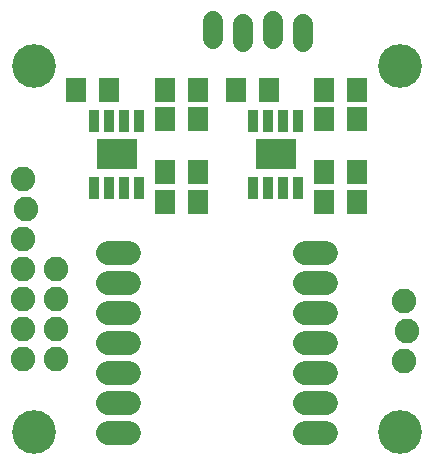
<source format=gbr>
G04 EAGLE Gerber RS-274X export*
G75*
%MOMM*%
%FSLAX34Y34*%
%LPD*%
%INSoldermask Top*%
%IPPOS*%
%AMOC8*
5,1,8,0,0,1.08239X$1,22.5*%
G01*
G04 Define Apertures*
%ADD10C,3.703200*%
%ADD11C,2.032000*%
%ADD12C,2.082800*%
%ADD13R,0.853200X1.953200*%
%ADD14R,3.503200X2.613200*%
%ADD15R,1.803200X2.003200*%
%ADD16C,1.727200*%
D10*
X350000Y40000D03*
X40000Y40000D03*
X40000Y350000D03*
X350000Y350000D03*
D11*
X287583Y38800D02*
X269295Y38800D01*
X269295Y64200D02*
X287583Y64200D01*
X287583Y89600D02*
X269295Y89600D01*
X269295Y115000D02*
X287583Y115000D01*
X287583Y140400D02*
X269295Y140400D01*
X269295Y165800D02*
X287583Y165800D01*
X287583Y191200D02*
X269295Y191200D01*
X120705Y191200D02*
X102417Y191200D01*
X102417Y165800D02*
X120705Y165800D01*
X120705Y140400D02*
X102417Y140400D01*
X102417Y115000D02*
X120705Y115000D01*
X120705Y89600D02*
X102417Y89600D01*
X102417Y64200D02*
X120705Y64200D01*
X120705Y38800D02*
X102417Y38800D01*
D12*
X58970Y101900D03*
X31030Y101900D03*
X58970Y127300D03*
X31030Y127300D03*
X58970Y152700D03*
X31030Y152700D03*
X58970Y178100D03*
X31030Y178100D03*
X30480Y203200D03*
X33020Y228600D03*
X30480Y254000D03*
D13*
X90950Y247000D03*
X103550Y247000D03*
X116250Y247000D03*
X128950Y247000D03*
X90950Y303000D03*
X103650Y303000D03*
X116350Y303000D03*
X129050Y303000D03*
D14*
X110000Y275000D03*
D15*
X104000Y330000D03*
X76000Y330000D03*
X179000Y260000D03*
X151000Y260000D03*
X151000Y235000D03*
X179000Y235000D03*
D16*
X191900Y372380D02*
X191900Y387620D01*
X217300Y385080D02*
X217300Y369840D01*
X242700Y372380D02*
X242700Y387620D01*
X268100Y385080D02*
X268100Y369840D01*
D15*
X151000Y330000D03*
X179000Y330000D03*
X151000Y305000D03*
X179000Y305000D03*
D13*
X225950Y247000D03*
X238550Y247000D03*
X251250Y247000D03*
X263950Y247000D03*
X225950Y303000D03*
X238650Y303000D03*
X251350Y303000D03*
X264050Y303000D03*
D14*
X245000Y275000D03*
D15*
X239000Y330000D03*
X211000Y330000D03*
X314000Y260000D03*
X286000Y260000D03*
X286000Y235000D03*
X314000Y235000D03*
X286000Y330000D03*
X314000Y330000D03*
X286000Y305000D03*
X314000Y305000D03*
D12*
X353730Y100000D03*
X356270Y125400D03*
X353730Y150800D03*
M02*

</source>
